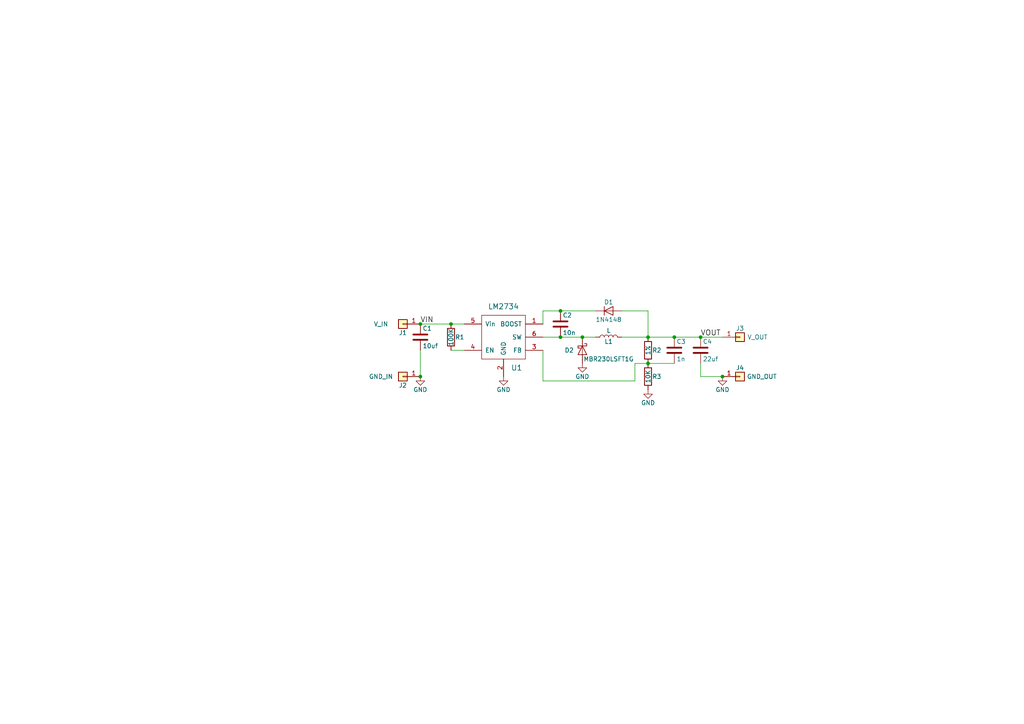
<source format=kicad_sch>
(kicad_sch (version 20230121) (generator eeschema)
  (paper "A4")
  (lib_symbols
    (symbol "DCMicro-rescue:C" (pin_numbers hide) (pin_names (offset 0.254))
      (property "Reference" "C" (at 0.635 2.54 0))
      (property "Value" "C" (at 0.635 -2.54 0))
      (symbol "C_0_1"
        (polyline (pts (xy -2.032 -0.762) (xy 2.032 -0.762)) (stroke (width 0.508)))
        (polyline (pts (xy -2.032 0.762) (xy 2.032 0.762)) (stroke (width 0.508)))
      )
      (symbol "C_1_1"
        (pin passive line (at 0 3.81 270) (length 2.794) (name "~") (number "1"))
        (pin passive line (at 0 -3.81 90) (length 2.794) (name "~") (number "2"))
      )
    )
    (symbol "DCMicro-rescue:Conn_01x01" (pin_names (offset 1.016) hide)
      (property "Reference" "J" (at 0 2.54 0))
      (property "Value" "Conn_01x01" (at 0 -2.54 0))
      (symbol "Conn_01x01_1_1"
        (rectangle (start -1.27 0.127) (end 0 -0.127) (stroke (width 0.1524)))
        (rectangle (start -1.27 1.27) (end 1.27 -1.27) (stroke (width 0.254)) (fill (type background)))
        (pin passive line (at -5.08 0 0) (length 3.81) (name "Pin_1") (number "1"))
      )
    )
    (symbol "DCMicro-rescue:D" (pin_numbers hide) (pin_names (offset 1.016) hide)
      (property "Reference" "D" (at 0 2.54 0))
      (property "Value" "D" (at 0 -2.54 0))
      (symbol "D_0_1"
        (polyline (pts (xy -1.27 1.27) (xy -1.27 -1.27)) (stroke (width 0.2032)))
        (polyline (pts (xy 1.27 0) (xy -1.27 0)))
        (polyline (pts (xy 1.27 1.27) (xy 1.27 -1.27) (xy -1.27 0) (xy 1.27 1.27)) (stroke (width 0.2032)))
      )
      (symbol "D_1_1"
        (pin passive line (at -3.81 0 0) (length 2.54) (name "K") (number "1"))
        (pin passive line (at 3.81 0 180) (length 2.54) (name "A") (number "2"))
      )
    )
    (symbol "DCMicro-rescue:D_Schottky" (pin_numbers hide) (pin_names (offset 1.016) hide)
      (property "Reference" "D" (at 0 2.54 0))
      (property "Value" "D_Schottky" (at 0 -2.54 0))
      (symbol "D_Schottky_0_1"
        (polyline (pts (xy 1.27 0) (xy -1.27 0)))
        (polyline (pts (xy 1.27 1.27) (xy 1.27 -1.27) (xy -1.27 0) (xy 1.27 1.27)) (stroke (width 0.2032)))
        (polyline (pts (xy -1.905 0.635) (xy -1.905 1.27) (xy -1.27 1.27) (xy -1.27 -1.27) (xy -0.635 -1.27) (xy -0.635 -0.635)) (stroke (width 0.2032)))
      )
      (symbol "D_Schottky_1_1"
        (pin passive line (at -3.81 0 0) (length 2.54) (name "K") (number "1"))
        (pin passive line (at 3.81 0 180) (length 2.54) (name "A") (number "2"))
      )
    )
    (symbol "DCMicro-rescue:GND" (power) (pin_names (offset 0))
      (property "Value" "GND" (at 0 -3.81 0))
      (symbol "GND_0_1"
        (polyline (pts (xy 0 0) (xy 0 -1.27) (xy 1.27 -1.27) (xy 0 -2.54) (xy -1.27 -1.27) (xy 0 -1.27)))
      )
      (symbol "GND_1_1"
        (pin power_in line (at 0 0 270) (length 0) hide (name "GND") (number "1"))
      )
    )
    (symbol "DCMicro-rescue:L" (pin_numbers hide) (pin_names (offset 1.016) hide)
      (property "Reference" "L" (at -1.27 0 90))
      (property "Value" "L" (at 1.905 0 90))
      (symbol "L_0_1"
        (arc (start 0 -2.54) (mid 0.6323 -1.905) (end 0 -1.27))
        (arc (start 0 -1.27) (mid 0.6323 -0.635) (end 0 0))
        (arc (start 0 0) (mid 0.6323 0.635) (end 0 1.27))
        (arc (start 0 1.27) (mid 0.6323 1.905) (end 0 2.54))
      )
      (symbol "L_1_1"
        (pin passive line (at 0 3.81 270) (length 1.27) (name "1") (number "1"))
        (pin passive line (at 0 -3.81 90) (length 1.27) (name "2") (number "2"))
      )
    )
    (symbol "DCMicro-rescue:LM2734" (pin_names (offset 1.016))
      (property "Reference" "U" (at 3.81 -2.54 0))
      (property "Value" "LM2734" (at 0 15.24 0))
      (symbol "LM2734_0_1"
        (rectangle (start -6.35 0) (end 6.35 12.7))
      )
      (symbol "LM2734_1_1"
        (pin bidirectional line (at 11.43 10.16 180) (length 5.08) (name "BOOST") (number "1"))
        (pin power_out line (at 0 -5.08 90) (length 5.08) (name "GND") (number "2"))
        (pin bidirectional line (at 11.43 2.54 180) (length 5.08) (name "FB") (number "3"))
        (pin input line (at -11.43 2.54 0) (length 5.08) (name "EN") (number "4"))
        (pin power_in line (at -11.43 10.16 0) (length 5.08) (name "Vin") (number "5"))
        (pin bidirectional line (at 11.43 6.35 180) (length 5.08) (name "SW") (number "6"))
      )
    )
    (symbol "DCMicro-rescue:R" (pin_numbers hide) (pin_names (offset 0))
      (property "Reference" "R" (at 2.032 0 90))
      (property "Value" "R" (at 0 0 90))
      (symbol "R_0_1"
        (rectangle (start -1.016 -2.54) (end 1.016 2.54) (stroke (width 0.254)))
      )
      (symbol "R_1_1"
        (pin passive line (at 0 3.81 270) (length 1.27) (name "~") (number "1"))
        (pin passive line (at 0 -3.81 90) (length 1.27) (name "~") (number "2"))
      )
    )
  )
  (junction (at 168.91 97.79))
  (junction (at 121.92 109.22))
  (junction (at 130.81 93.98))
  (junction (at 187.96 105.41))
  (junction (at 187.96 97.79))
  (junction (at 162.56 97.79))
  (junction (at 162.56 90.17))
  (junction (at 203.2 97.79))
  (junction (at 121.92 93.98))
  (junction (at 209.55 109.22))
  (junction (at 195.58 97.79))
  (wire (pts (xy 157.48 97.79) (xy 162.56 97.79)))
  (wire (pts (xy 184.15 110.49) (xy 184.15 105.41)))
  (wire (pts (xy 121.92 101.6) (xy 121.92 109.22)))
  (wire (pts (xy 121.92 93.98) (xy 130.81 93.98)))
  (wire (pts (xy 203.2 97.79) (xy 209.55 97.79)))
  (wire (pts (xy 134.62 101.6) (xy 130.81 101.6)))
  (wire (pts (xy 184.15 105.41) (xy 187.96 105.41)))
  (wire (pts (xy 195.58 97.79) (xy 203.2 97.79)))
  (wire (pts (xy 180.34 97.79) (xy 187.96 97.79)))
  (wire (pts (xy 162.56 90.17) (xy 172.72 90.17)))
  (wire (pts (xy 130.81 93.98) (xy 134.62 93.98)))
  (wire (pts (xy 157.48 101.6) (xy 157.48 110.49)))
  (wire (pts (xy 162.56 97.79) (xy 168.91 97.79)))
  (wire (pts (xy 180.34 90.17) (xy 187.96 90.17)))
  (wire (pts (xy 187.96 90.17) (xy 187.96 97.79)))
  (wire (pts (xy 157.48 93.98) (xy 157.48 90.17)))
  (wire (pts (xy 203.2 109.22) (xy 203.2 105.41)))
  (wire (pts (xy 168.91 97.79) (xy 172.72 97.79)))
  (wire (pts (xy 187.96 97.79) (xy 195.58 97.79)))
  (wire (pts (xy 157.48 90.17) (xy 162.56 90.17)))
  (wire (pts (xy 157.48 110.49) (xy 184.15 110.49)))
  (wire (pts (xy 209.55 109.22) (xy 203.2 109.22)))
  (wire (pts (xy 187.96 105.41) (xy 195.58 105.41)))
  (label "VOUT" (at 203.2 97.79 0) (effects (font (size 1.524 1.524))))
  (label "VIN" (at 121.92 93.98 0) (effects (font (size 1.524 1.524))))
  (symbol (lib_id "DCMicro-rescue:LM2734") (at 146.05 104.14 0) (unit 1)
    (property "Reference" "U1" (at 149.86 106.68 0) (effects (font (size 1.524 1.524))))
    (property "Value" "LM2734" (at 146.05 88.9 0) (effects (font (size 1.524 1.524))))
    (property "Footprint" "TO_SOT_Packages_SMD:SOT-23-6" (effects hide))
  )
  (symbol (lib_id "DCMicro-rescue:L") (at 176.53 97.79 90) (unit 1)
    (property "Reference" "L1" (at 176.53 99.06 90))
    (property "Value" "L" (at 176.53 95.885 90))
    (property "Footprint" "KiCadCustomLibs:Inductor-LPS4012" (effects hide))
  )
  (symbol (lib_id "DCMicro-rescue:D") (at 176.53 90.17 0) (unit 1)
    (property "Reference" "D1" (at 176.53 87.63 0))
    (property "Value" "1N4148" (at 176.53 92.71 0))
    (property "Footprint" "Diodes_SMD:D_SOD-523" (effects hide))
  )
  (symbol (lib_id "DCMicro-rescue:D_Schottky") (at 168.91 101.6 270) (unit 1)
    (property "Reference" "D2" (at 165.1 101.6 90))
    (property "Value" "MBR230LSFT1G" (at 176.53 104.14 90))
    (property "Footprint" "Diodes_SMD:D_SOD-123F" (effects hide))
  )
  (symbol (lib_id "DCMicro-rescue:GND") (at 146.05 109.22 0) (unit 1)
    (property "Reference" "#PWR2" (effects hide))
    (property "Value" "GND" (at 146.05 113.03 0))
  )
  (symbol (lib_id "DCMicro-rescue:GND") (at 168.91 105.41 0) (unit 1)
    (property "Reference" "#PWR3" (effects hide))
    (property "Value" "GND" (at 168.91 109.22 0))
  )
  (symbol (lib_id "DCMicro-rescue:C") (at 162.56 93.98 0) (unit 1)
    (property "Reference" "C2" (at 163.195 91.44 0) (effects (justify left)))
    (property "Value" "10n" (at 163.195 96.52 0) (effects (justify left)))
    (property "Footprint" "Capacitors_SMD:C_0402_NoSilk" (effects hide))
  )
  (symbol (lib_id "DCMicro-rescue:R") (at 130.81 97.79 0) (unit 1)
    (property "Reference" "R1" (at 133.35 97.79 0))
    (property "Value" "100K" (at 130.81 97.79 90))
    (property "Footprint" "Resistors_SMD:R_0402_NoSilk" (effects hide))
  )
  (symbol (lib_id "DCMicro-rescue:R") (at 187.96 101.6 0) (unit 1)
    (property "Reference" "R2" (at 190.5 101.6 0))
    (property "Value" "1%" (at 187.96 101.6 90))
    (property "Footprint" "Resistors_SMD:R_0402_NoSilk" (effects hide))
  )
  (symbol (lib_id "DCMicro-rescue:R") (at 187.96 109.22 0) (unit 1)
    (property "Reference" "R3" (at 190.5 109.22 0))
    (property "Value" "10K" (at 187.96 109.22 90))
    (property "Footprint" "Resistors_SMD:R_0402_NoSilk" (effects hide))
  )
  (symbol (lib_id "DCMicro-rescue:GND") (at 187.96 113.03 0) (unit 1)
    (property "Reference" "#PWR4" (effects hide))
    (property "Value" "GND" (at 187.96 116.84 0))
  )
  (symbol (lib_id "DCMicro-rescue:C") (at 195.58 101.6 0) (unit 1)
    (property "Reference" "C3" (at 196.215 99.06 0) (effects (justify left)))
    (property "Value" "1n" (at 196.215 104.14 0) (effects (justify left)))
    (property "Footprint" "Capacitors_SMD:C_0402_NoSilk" (effects hide))
  )
  (symbol (lib_id "DCMicro-rescue:C") (at 121.92 97.79 0) (unit 1)
    (property "Reference" "C1" (at 122.555 95.25 0) (effects (justify left)))
    (property "Value" "10uf" (at 122.555 100.33 0) (effects (justify left)))
    (property "Footprint" "Capacitors_SMD:C_0603" (effects hide))
  )
  (symbol (lib_id "DCMicro-rescue:C") (at 203.2 101.6 0) (unit 1)
    (property "Reference" "C4" (at 203.835 99.06 0) (effects (justify left)))
    (property "Value" "22uf" (at 203.835 104.14 0) (effects (justify left)))
    (property "Footprint" "Capacitors_SMD:C_0603" (effects hide))
  )
  (symbol (lib_id "DCMicro-rescue:Conn_01x01") (at 214.63 97.79 0) (unit 1)
    (property "Reference" "J3" (at 214.63 95.25 0))
    (property "Value" "V_OUT" (at 219.71 97.79 0))
    (property "Footprint" "KiCadCustomLibs:ESC_PWR_PAD" (effects hide))
  )
  (symbol (lib_id "DCMicro-rescue:Conn_01x01") (at 214.63 109.22 0) (unit 1)
    (property "Reference" "J4" (at 214.63 106.68 0))
    (property "Value" "GND_OUT" (at 220.98 109.22 0))
    (property "Footprint" "KiCadCustomLibs:ESC_PWR_PAD" (effects hide))
  )
  (symbol (lib_id "DCMicro-rescue:GND") (at 209.55 109.22 0) (unit 1)
    (property "Reference" "#PWR5" (effects hide))
    (property "Value" "GND" (at 209.55 113.03 0))
  )
  (symbol (lib_id "DCMicro-rescue:Conn_01x01") (at 116.84 109.22 180) (unit 1)
    (property "Reference" "J2" (at 116.84 111.76 0))
    (property "Value" "GND_IN" (at 110.49 109.22 0))
    (property "Footprint" "KiCadCustomLibs:ESC_PWR_PAD" (effects hide))
  )
  (symbol (lib_id "DCMicro-rescue:Conn_01x01") (at 116.84 93.98 180) (unit 1)
    (property "Reference" "J1" (at 116.84 96.52 0))
    (property "Value" "V_IN" (at 110.49 93.98 0))
    (property "Footprint" "KiCadCustomLibs:ESC_PWR_PAD" (effects hide))
  )
  (symbol (lib_id "DCMicro-rescue:GND") (at 121.92 109.22 0) (unit 1)
    (property "Reference" "#PWR1" (effects hide))
    (property "Value" "GND" (at 121.92 113.03 0))
  )
)
</source>
